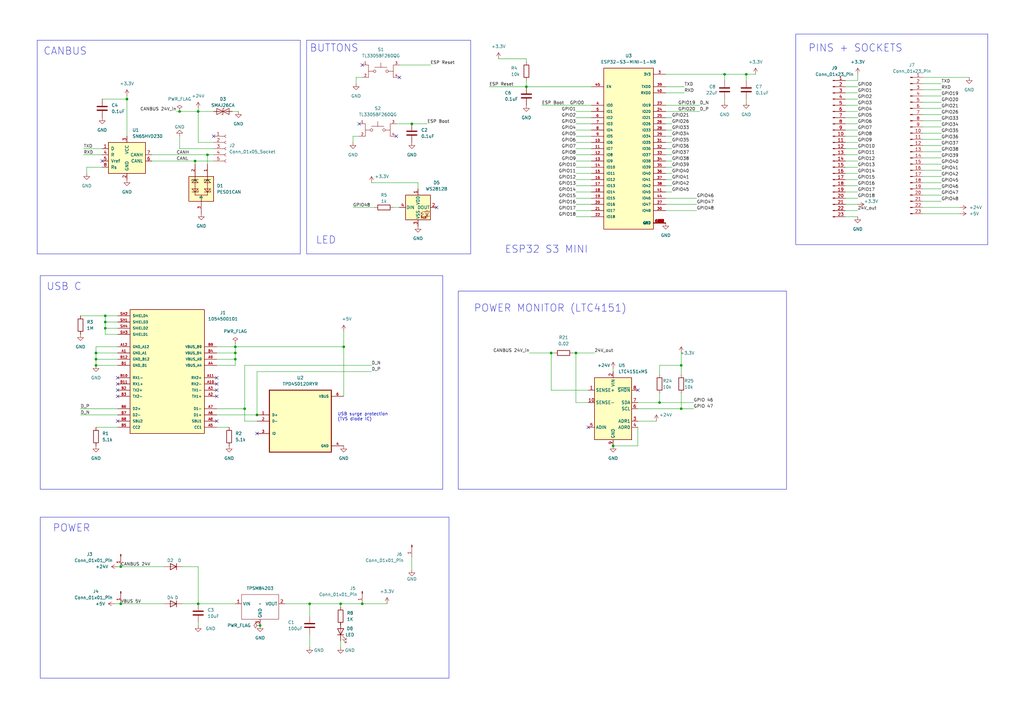
<source format=kicad_sch>
(kicad_sch (version 20230121) (generator eeschema)
  (paper "A3")
  (junction (at 96.52 147.32))
  (junction (at 73.66 45.72))
  (junction (at 43.18 129.54))
  (junction (at 100.33 167.64))
  (junction (at 226.06 144.78))
  (junction (at 127 247.65))
  (junction (at 251.46 182.88))
  (junction (at 270.51 165.1))
  (junction (at 43.18 134.62))
  (junction (at 297.18 30.48))
  (junction (at 85.09 63.5))
  (junction (at 140.97 142.24))
  (junction (at 168.91 50.8))
  (junction (at 52.07 40.64))
  (junction (at 139.7 247.65))
  (junction (at 96.52 142.24))
  (junction (at 279.4 167.64))
  (junction (at 43.18 132.08))
  (junction (at 148.59 247.65))
  (junction (at 106.68 256.54))
  (junction (at 81.28 247.65))
  (junction (at 49.53 232.41))
  (junction (at 236.22 144.78))
  (junction (at 96.52 144.78))
  (junction (at 39.37 144.78))
  (junction (at 49.53 247.65))
  (junction (at 80.01 66.04))
  (junction (at 81.28 45.72))
  (junction (at 279.4 149.86))
  (junction (at 39.37 149.86))
  (junction (at 215.9 35.56))
  (junction (at 306.07 30.48))
  (junction (at 39.37 147.32))
  (junction (at 105.41 170.18))
  (no_connect (at 147.32 50.8))
  (no_connect (at 88.9 160.02))
  (no_connect (at 162.56 55.88))
  (no_connect (at 88.9 172.72))
  (no_connect (at 88.9 162.56))
  (no_connect (at 48.26 162.56))
  (no_connect (at 48.26 154.94))
  (no_connect (at 87.63 55.88))
  (no_connect (at 261.62 160.02))
  (no_connect (at 48.26 160.02))
  (no_connect (at 148.59 26.67))
  (no_connect (at 88.9 154.94))
  (no_connect (at 88.9 157.48))
  (no_connect (at 163.83 31.75))
  (no_connect (at 241.3 175.26))
  (no_connect (at 179.07 85.09))
  (no_connect (at 41.91 66.04))
  (no_connect (at 48.26 172.72))
  (no_connect (at 48.26 157.48))
  (no_connect (at 105.41 177.8))
  (wire (pts (xy 148.59 247.65) (xy 158.75 247.65)))
  (wire (pts (xy 144.78 55.88) (xy 147.32 55.88)))
  (wire (pts (xy 236.22 86.36) (xy 242.57 86.36)))
  (wire (pts (xy 80.01 66.04) (xy 80.01 67.31)))
  (wire (pts (xy 386.08 72.39) (xy 378.46 72.39)))
  (wire (pts (xy 144.78 58.42) (xy 144.78 55.88)))
  (wire (pts (xy 39.37 142.24) (xy 39.37 144.78)))
  (wire (pts (xy 273.05 76.2) (xy 275.59 76.2)))
  (wire (pts (xy 100.33 149.86) (xy 100.33 167.64)))
  (wire (pts (xy 88.9 170.18) (xy 105.41 170.18)))
  (wire (pts (xy 261.62 182.88) (xy 261.62 175.26)))
  (wire (pts (xy 273.05 35.56) (xy 280.67 35.56)))
  (wire (pts (xy 140.97 142.24) (xy 140.97 162.56)))
  (wire (pts (xy 139.7 256.54) (xy 139.7 255.27)))
  (wire (pts (xy 72.39 45.72) (xy 73.66 45.72)))
  (wire (pts (xy 351.79 66.04) (xy 346.71 66.04)))
  (wire (pts (xy 39.37 175.26) (xy 48.26 175.26)))
  (wire (pts (xy 81.28 232.41) (xy 74.93 232.41)))
  (wire (pts (xy 96.52 142.24) (xy 88.9 142.24)))
  (wire (pts (xy 241.3 160.02) (xy 226.06 160.02)))
  (wire (pts (xy 297.18 33.02) (xy 297.18 30.48)))
  (wire (pts (xy 171.45 74.93) (xy 171.45 77.47)))
  (wire (pts (xy 162.56 50.8) (xy 168.91 50.8)))
  (wire (pts (xy 140.97 135.89) (xy 140.97 142.24)))
  (wire (pts (xy 351.79 55.88) (xy 346.71 55.88)))
  (wire (pts (xy 95.25 45.72) (xy 97.79 45.72)))
  (wire (pts (xy 261.62 165.1) (xy 270.51 165.1)))
  (wire (pts (xy 236.22 144.78) (xy 243.84 144.78)))
  (wire (pts (xy 88.9 144.78) (xy 96.52 144.78)))
  (wire (pts (xy 49.53 247.65) (xy 67.31 247.65)))
  (wire (pts (xy 100.33 167.64) (xy 88.9 167.64)))
  (wire (pts (xy 236.22 88.9) (xy 242.57 88.9)))
  (wire (pts (xy 273.05 50.8) (xy 275.59 50.8)))
  (wire (pts (xy 81.28 58.42) (xy 87.63 58.42)))
  (wire (pts (xy 386.08 52.07) (xy 378.46 52.07)))
  (wire (pts (xy 386.08 62.23) (xy 378.46 62.23)))
  (wire (pts (xy 279.4 161.29) (xy 279.4 167.64)))
  (wire (pts (xy 43.18 132.08) (xy 43.18 134.62)))
  (wire (pts (xy 81.28 45.72) (xy 87.63 45.72)))
  (wire (pts (xy 48.26 232.41) (xy 49.53 232.41)))
  (wire (pts (xy 273.05 66.04) (xy 275.59 66.04)))
  (wire (pts (xy 346.71 86.36) (xy 351.79 86.36)))
  (wire (pts (xy 52.07 39.37) (xy 52.07 40.64)))
  (wire (pts (xy 139.7 265.43) (xy 139.7 262.89)))
  (wire (pts (xy 152.4 74.93) (xy 171.45 74.93)))
  (wire (pts (xy 251.46 151.13) (xy 251.46 152.4)))
  (wire (pts (xy 146.05 34.29) (xy 146.05 31.75)))
  (wire (pts (xy 279.4 144.78) (xy 279.4 149.86)))
  (wire (pts (xy 273.05 43.18) (xy 287.02 43.18)))
  (wire (pts (xy 43.18 134.62) (xy 48.26 134.62)))
  (wire (pts (xy 386.08 67.31) (xy 378.46 67.31)))
  (wire (pts (xy 386.08 77.47) (xy 378.46 77.47)))
  (wire (pts (xy 386.08 39.37) (xy 378.46 39.37)))
  (wire (pts (xy 39.37 147.32) (xy 48.26 147.32)))
  (wire (pts (xy 73.66 60.96) (xy 87.63 60.96)))
  (wire (pts (xy 386.08 64.77) (xy 378.46 64.77)))
  (wire (pts (xy 163.83 26.67) (xy 176.53 26.67)))
  (wire (pts (xy 236.22 73.66) (xy 242.57 73.66)))
  (wire (pts (xy 43.18 129.54) (xy 48.26 129.54)))
  (wire (pts (xy 96.52 142.24) (xy 96.52 144.78)))
  (wire (pts (xy 217.17 144.78) (xy 226.06 144.78)))
  (wire (pts (xy 351.79 40.64) (xy 346.71 40.64)))
  (wire (pts (xy 351.79 53.34) (xy 346.71 53.34)))
  (wire (pts (xy 96.52 140.97) (xy 96.52 142.24)))
  (wire (pts (xy 81.28 45.72) (xy 81.28 58.42)))
  (wire (pts (xy 236.22 58.42) (xy 242.57 58.42)))
  (wire (pts (xy 378.46 31.75) (xy 397.51 31.75)))
  (wire (pts (xy 161.29 85.09) (xy 163.83 85.09)))
  (wire (pts (xy 273.05 30.48) (xy 297.18 30.48)))
  (wire (pts (xy 351.79 50.8) (xy 346.71 50.8)))
  (wire (pts (xy 273.05 38.1) (xy 280.67 38.1)))
  (wire (pts (xy 351.79 38.1) (xy 346.71 38.1)))
  (wire (pts (xy 105.41 152.4) (xy 105.41 170.18)))
  (wire (pts (xy 204.47 24.13) (xy 215.9 24.13)))
  (wire (pts (xy 62.23 63.5) (xy 85.09 63.5)))
  (wire (pts (xy 346.71 83.82) (xy 351.79 83.82)))
  (wire (pts (xy 351.79 45.72) (xy 346.71 45.72)))
  (wire (pts (xy 273.05 81.28) (xy 285.75 81.28)))
  (wire (pts (xy 81.28 256.54) (xy 81.28 255.27)))
  (wire (pts (xy 96.52 144.78) (xy 96.52 147.32)))
  (wire (pts (xy 39.37 149.86) (xy 48.26 149.86)))
  (wire (pts (xy 279.4 153.67) (xy 279.4 149.86)))
  (wire (pts (xy 33.02 129.54) (xy 43.18 129.54)))
  (wire (pts (xy 346.71 88.9) (xy 351.79 88.9)))
  (wire (pts (xy 270.51 165.1) (xy 284.48 165.1)))
  (wire (pts (xy 49.53 232.41) (xy 67.31 232.41)))
  (wire (pts (xy 297.18 30.48) (xy 306.07 30.48)))
  (wire (pts (xy 270.51 161.29) (xy 270.51 165.1)))
  (wire (pts (xy 73.66 55.88) (xy 73.66 60.96)))
  (wire (pts (xy 236.22 81.28) (xy 242.57 81.28)))
  (wire (pts (xy 96.52 142.24) (xy 140.97 142.24)))
  (wire (pts (xy 273.05 86.36) (xy 285.75 86.36)))
  (wire (pts (xy 351.79 68.58) (xy 346.71 68.58)))
  (wire (pts (xy 139.7 248.92) (xy 139.7 247.65)))
  (wire (pts (xy 48.26 132.08) (xy 43.18 132.08)))
  (wire (pts (xy 386.08 54.61) (xy 378.46 54.61)))
  (wire (pts (xy 386.08 59.69) (xy 378.46 59.69)))
  (wire (pts (xy 215.9 24.13) (xy 215.9 25.4)))
  (wire (pts (xy 386.08 80.01) (xy 378.46 80.01)))
  (wire (pts (xy 386.08 44.45) (xy 378.46 44.45)))
  (wire (pts (xy 236.22 60.96) (xy 242.57 60.96)))
  (wire (pts (xy 306.07 30.48) (xy 309.88 30.48)))
  (wire (pts (xy 43.18 137.16) (xy 48.26 137.16)))
  (wire (pts (xy 236.22 165.1) (xy 236.22 144.78)))
  (wire (pts (xy 85.09 63.5) (xy 87.63 63.5)))
  (wire (pts (xy 73.66 45.72) (xy 81.28 45.72)))
  (wire (pts (xy 222.25 43.18) (xy 242.57 43.18)))
  (wire (pts (xy 306.07 40.64) (xy 306.07 41.91)))
  (wire (pts (xy 236.22 71.12) (xy 242.57 71.12)))
  (wire (pts (xy 386.08 34.29) (xy 378.46 34.29)))
  (wire (pts (xy 251.46 182.88) (xy 261.62 182.88)))
  (wire (pts (xy 279.4 167.64) (xy 284.48 167.64)))
  (wire (pts (xy 386.08 57.15) (xy 378.46 57.15)))
  (wire (pts (xy 273.05 60.96) (xy 275.59 60.96)))
  (wire (pts (xy 236.22 48.26) (xy 242.57 48.26)))
  (wire (pts (xy 48.26 142.24) (xy 39.37 142.24)))
  (wire (pts (xy 146.05 31.75) (xy 148.59 31.75)))
  (wire (pts (xy 226.06 144.78) (xy 226.06 160.02)))
  (wire (pts (xy 168.91 50.8) (xy 175.26 50.8)))
  (wire (pts (xy 168.91 228.6) (xy 168.91 233.68)))
  (wire (pts (xy 273.05 48.26) (xy 275.59 48.26)))
  (wire (pts (xy 139.7 247.65) (xy 148.59 247.65)))
  (wire (pts (xy 273.05 78.74) (xy 275.59 78.74)))
  (wire (pts (xy 351.79 73.66) (xy 346.71 73.66)))
  (wire (pts (xy 33.02 167.64) (xy 48.26 167.64)))
  (wire (pts (xy 351.79 48.26) (xy 346.71 48.26)))
  (wire (pts (xy 35.56 68.58) (xy 41.91 68.58)))
  (wire (pts (xy 88.9 149.86) (xy 96.52 149.86)))
  (wire (pts (xy 273.05 73.66) (xy 275.59 73.66)))
  (wire (pts (xy 39.37 144.78) (xy 48.26 144.78)))
  (wire (pts (xy 74.93 247.65) (xy 81.28 247.65)))
  (wire (pts (xy 297.18 40.64) (xy 297.18 41.91)))
  (wire (pts (xy 378.46 85.09) (xy 393.7 85.09)))
  (wire (pts (xy 215.9 33.02) (xy 215.9 35.56)))
  (wire (pts (xy 273.05 63.5) (xy 275.59 63.5)))
  (wire (pts (xy 241.3 165.1) (xy 236.22 165.1)))
  (wire (pts (xy 35.56 71.12) (xy 35.56 68.58)))
  (wire (pts (xy 351.79 81.28) (xy 346.71 81.28)))
  (wire (pts (xy 226.06 144.78) (xy 227.33 144.78)))
  (wire (pts (xy 351.79 78.74) (xy 346.71 78.74)))
  (wire (pts (xy 236.22 66.04) (xy 242.57 66.04)))
  (wire (pts (xy 105.41 152.4) (xy 152.4 152.4)))
  (wire (pts (xy 100.33 149.86) (xy 152.4 149.86)))
  (wire (pts (xy 81.28 232.41) (xy 81.28 247.65)))
  (wire (pts (xy 270.51 149.86) (xy 279.4 149.86)))
  (wire (pts (xy 236.22 68.58) (xy 242.57 68.58)))
  (wire (pts (xy 351.79 33.02) (xy 351.79 30.48)))
  (wire (pts (xy 236.22 53.34) (xy 242.57 53.34)))
  (wire (pts (xy 306.07 33.02) (xy 306.07 30.48)))
  (wire (pts (xy 273.05 83.82) (xy 285.75 83.82)))
  (wire (pts (xy 127 252.73) (xy 127 247.65)))
  (wire (pts (xy 39.37 147.32) (xy 39.37 149.86)))
  (wire (pts (xy 234.95 144.78) (xy 236.22 144.78)))
  (wire (pts (xy 273.05 58.42) (xy 275.59 58.42)))
  (wire (pts (xy 351.79 60.96) (xy 346.71 60.96)))
  (wire (pts (xy 144.78 85.09) (xy 153.67 85.09)))
  (wire (pts (xy 273.05 71.12) (xy 275.59 71.12)))
  (wire (pts (xy 43.18 132.08) (xy 43.18 129.54)))
  (wire (pts (xy 52.07 40.64) (xy 41.91 40.64)))
  (wire (pts (xy 46.99 247.65) (xy 49.53 247.65)))
  (wire (pts (xy 273.05 68.58) (xy 275.59 68.58)))
  (wire (pts (xy 96.52 149.86) (xy 96.52 147.32)))
  (wire (pts (xy 386.08 46.99) (xy 378.46 46.99)))
  (wire (pts (xy 34.29 63.5) (xy 41.91 63.5)))
  (wire (pts (xy 236.22 76.2) (xy 242.57 76.2)))
  (wire (pts (xy 273.05 55.88) (xy 275.59 55.88)))
  (wire (pts (xy 33.02 170.18) (xy 48.26 170.18)))
  (wire (pts (xy 81.28 247.65) (xy 96.52 247.65)))
  (wire (pts (xy 39.37 144.78) (xy 39.37 147.32)))
  (wire (pts (xy 351.79 43.18) (xy 346.71 43.18)))
  (wire (pts (xy 386.08 69.85) (xy 378.46 69.85)))
  (wire (pts (xy 261.62 167.64) (xy 279.4 167.64)))
  (wire (pts (xy 200.66 35.56) (xy 215.9 35.56)))
  (wire (pts (xy 52.07 40.64) (xy 52.07 55.88)))
  (wire (pts (xy 386.08 36.83) (xy 378.46 36.83)))
  (wire (pts (xy 236.22 50.8) (xy 242.57 50.8)))
  (wire (pts (xy 236.22 55.88) (xy 242.57 55.88)))
  (wire (pts (xy 270.51 149.86) (xy 270.51 153.67)))
  (wire (pts (xy 386.08 82.55) (xy 378.46 82.55)))
  (wire (pts (xy 351.79 58.42) (xy 346.71 58.42)))
  (wire (pts (xy 43.18 134.62) (xy 43.18 137.16)))
  (wire (pts (xy 351.79 76.2) (xy 346.71 76.2)))
  (wire (pts (xy 215.9 35.56) (xy 242.57 35.56)))
  (wire (pts (xy 34.29 60.96) (xy 41.91 60.96)))
  (wire (pts (xy 93.98 175.26) (xy 88.9 175.26)))
  (wire (pts (xy 88.9 147.32) (xy 96.52 147.32)))
  (wire (pts (xy 236.22 63.5) (xy 242.57 63.5)))
  (wire (pts (xy 81.28 44.45) (xy 81.28 45.72)))
  (wire (pts (xy 236.22 78.74) (xy 242.57 78.74)))
  (wire (pts (xy 116.84 247.65) (xy 127 247.65)))
  (wire (pts (xy 378.46 87.63) (xy 393.7 87.63)))
  (wire (pts (xy 351.79 71.12) (xy 346.71 71.12)))
  (wire (pts (xy 80.01 66.04) (xy 87.63 66.04)))
  (wire (pts (xy 346.71 33.02) (xy 351.79 33.02)))
  (wire (pts (xy 386.08 41.91) (xy 378.46 41.91)))
  (wire (pts (xy 100.33 167.64) (xy 100.33 172.72)))
  (wire (pts (xy 346.71 35.56) (xy 351.79 35.56)))
  (wire (pts (xy 100.33 172.72) (xy 105.41 172.72)))
  (wire (pts (xy 127 247.65) (xy 139.7 247.65)))
  (wire (pts (xy 236.22 83.82) (xy 242.57 83.82)))
  (wire (pts (xy 273.05 53.34) (xy 275.59 53.34)))
  (wire (pts (xy 386.08 74.93) (xy 378.46 74.93)))
  (wire (pts (xy 85.09 63.5) (xy 85.09 67.31)))
  (wire (pts (xy 386.08 49.53) (xy 378.46 49.53)))
  (wire (pts (xy 273.05 45.72) (xy 287.02 45.72)))
  (wire (pts (xy 62.23 66.04) (xy 80.01 66.04)))
  (wire (pts (xy 351.79 63.5) (xy 346.71 63.5)))
  (wire (pts (xy 261.62 172.72) (xy 269.24 172.72)))
  (wire (pts (xy 236.22 45.72) (xy 242.57 45.72)))
  (wire (pts (xy 127 265.43) (xy 127 260.35)))
  (rectangle (start 326.39 13.97) (end 405.13 100.33))
  (rectangle (start 16.51 113.03) (end 181.61 200.66))
  (rectangle (start 125.73 16.51) (end 193.04 104.14))
  (rectangle (start 15.24 16.51) (end 123.19 104.14))
  (rectangle (start 16.51 212.09) (end 184.15 278.13))
  (rectangle (start 187.96 119.38) (end 322.58 200.66))
  (text "BUTTONS" (at 127 21.59 0) (effects (font (size 3 3)) (justify left bottom)))
  (text "LED\n" (at 129.54 100.33 0) (effects (font (size 3 3)) (justify left bottom)))
  (text "CANBUS" (at 17.78 22.86 0) (effects (font (size 3 3)) (justify left bottom)))
  (text "USB surge protection\n(TVS diode IC)" (at 138.43 172.72 0) (effects (font (size 1.27 1.27)) (justify left bottom)))
  (text "POWER MONITOR (LTC4151)" (at 194.31 128.27 0) (effects (font (size 3 3)) (justify left bottom)))
  (text "ESP32 S3 MINI\n" (at 207.01 104.14 0) (effects (font (size 3 3)) (justify left bottom)))
  (text "USB C\n" (at 19.05 119.38 0) (effects (font (size 3 3)) (justify left bottom)))
  (text "PINS + SOCKETS" (at 331.47 21.59 0) (effects (font (size 3 3)) (justify left bottom)))
  (text "POWER\n" (at 21.59 218.44 0) (effects (font (size 3 3)) (justify left bottom)))
  (label "CANBUS 24V_in" (at 72.39 45.72 180))
  (label "GPIO8" (at 236.22 63.5 180))
  (label "GPIO12" (at 351.79 66.04 0))
  (label "GPIO3" (at 351.79 43.18 0))
  (label "CANBUS 24V" (at 49.53 232.41 0))
  (label "GPIO41" (at 275.59 73.66 0))
  (label "GPIO37" (at 386.08 59.69 0))
  (label "RXD" (at 280.67 38.1 0))
  (label "GPIO46" (at 386.08 77.47 0))
  (label "GPIO41" (at 386.08 69.85 0))
  (label "GPIO12" (at 236.22 73.66 180))
  (label "GPIO18" (at 351.79 81.28 0))
  (label "D_P" (at 287.02 45.72 0))
  (label "ESP Reset" (at 176.53 26.67 0))
  (label "GPIO 46" (at 284.48 165.1 0))
  (label "GPIO35" (at 386.08 54.61 0))
  (label "TXD" (at 386.08 34.29 0))
  (label "GPIO47" (at 386.08 80.01 0))
  (label "D_N" (at 287.02 43.18 0))
  (label "GPIO1" (at 351.79 38.1 0))
  (label "GPIO20" (at 278.13 45.72 0))
  (label "CANL" (at 72.39 66.04 0))
  (label "GPIO21" (at 275.59 48.26 0))
  (label "GPIO42" (at 275.59 76.2 0))
  (label "GPIO40" (at 275.59 71.12 0))
  (label "GPIO48" (at 144.78 85.09 0))
  (label "24V_out" (at 243.84 144.78 0))
  (label "GPIO11" (at 236.22 71.12 180))
  (label "GPIO39" (at 386.08 64.77 0))
  (label "GPIO33" (at 386.08 49.53 0))
  (label "GPIO15" (at 236.22 81.28 180))
  (label "D_P" (at 152.4 152.4 0))
  (label "GPIO19" (at 278.13 43.18 0))
  (label "ESP Boot" (at 175.26 50.8 0))
  (label "GPIO13" (at 236.22 76.2 180))
  (label "GPIO20" (at 386.08 41.91 0))
  (label "GPIO 47" (at 284.48 167.64 0))
  (label "GPIO7" (at 351.79 53.34 0))
  (label "GPIO48" (at 285.75 86.36 0))
  (label "GPIO17" (at 236.22 86.36 180))
  (label "GPIO47" (at 285.75 83.82 0))
  (label "GPIO36" (at 386.08 57.15 0))
  (label "GPIO26" (at 386.08 46.99 0))
  (label "D_N" (at 33.02 170.18 0))
  (label "GPIO8" (at 351.79 55.88 0))
  (label "GPIO35" (at 275.59 58.42 0))
  (label "GPIO16" (at 236.22 83.82 180))
  (label "GPIO6" (at 351.79 50.8 0))
  (label "GPIO2" (at 236.22 48.26 180))
  (label "GPIO19" (at 386.08 39.37 0))
  (label "GPIO40" (at 386.08 67.31 0))
  (label "GPIO38" (at 386.08 62.23 0))
  (label "GPIO33" (at 275.59 53.34 0))
  (label "GPIO26" (at 275.59 50.8 0))
  (label "TXD" (at 280.67 35.56 0))
  (label "RXD" (at 34.29 63.5 0))
  (label "GPIO1" (at 236.22 45.72 180))
  (label "GPIO0" (at 351.79 35.56 0))
  (label "ESP Boot" (at 222.25 43.18 0))
  (label "GPIO16" (at 351.79 76.2 0))
  (label "GPIO48" (at 386.08 82.55 0))
  (label "GPIO9" (at 351.79 58.42 0))
  (label "GPIO38" (at 275.59 66.04 0))
  (label "GPIO17" (at 351.79 78.74 0))
  (label "GPIO11" (at 351.79 63.5 0))
  (label "GPIO13" (at 351.79 68.58 0))
  (label "GPIO3" (at 236.22 50.8 180))
  (label "GPIO10" (at 351.79 60.96 0))
  (label "GPIO6" (at 236.22 58.42 180))
  (label "GPIO39" (at 275.59 68.58 0))
  (label "GPIO34" (at 386.08 52.07 0))
  (label "GPIO42" (at 386.08 72.39 0))
  (label "ESP Reset" (at 200.66 35.56 0))
  (label "24V_out" (at 351.79 86.36 0))
  (label "GPIO14" (at 351.79 71.12 0))
  (label "GPIO0" (at 233.68 43.18 0))
  (label "VBUS 5V" (at 49.53 247.65 0))
  (label "CANBUS 24V_in" (at 217.17 144.78 180))
  (label "D_N" (at 152.4 149.86 0))
  (label "GPIO4" (at 351.79 45.72 0))
  (label "GPIO45" (at 386.08 74.93 0))
  (label "GPIO34" (at 275.59 55.88 0))
  (label "GPIO18" (at 236.22 88.9 180))
  (label "GPIO7" (at 236.22 60.96 180))
  (label "GPIO21" (at 386.08 44.45 0))
  (label "GPIO15" (at 351.79 73.66 0))
  (label "GPIO14" (at 236.22 78.74 180))
  (label "GPIO36" (at 275.59 60.96 0))
  (label "GPIO2" (at 351.79 40.64 0))
  (label "GPIO37" (at 275.59 63.5 0))
  (label "GPIO4" (at 236.22 53.34 180))
  (label "RXD" (at 386.08 36.83 0))
  (label "GPIO45" (at 275.59 78.74 0))
  (label "CANH" (at 72.39 63.5 0))
  (label "GPIO5" (at 236.22 55.88 180))
  (label "D_P" (at 33.02 167.64 0))
  (label "GPIO10" (at 236.22 68.58 180))
  (label "GPIO9" (at 236.22 66.04 180))
  (label "TXD" (at 34.29 60.96 0))
  (label "GPIO46" (at 285.75 81.28 0))
  (label "GPIO5" (at 351.79 48.26 0))
  (symbol (lib_id "Device:R") (at 139.7 252.73 0) (unit 1)
    (property "Reference" "R8" (at 142.24 251.46 0) (effects (justify left)))
    (property "Value" "1K" (at 142.24 254 0) (effects (justify left)))
  )
  (symbol (lib_id "power:+3.3V") (at 158.75 247.65 0) (unit 1)
    (property "Reference" "#PWR028" (effects hide))
    (property "Value" "+3.3V" (at 158.75 242.57 0))
  )
  (symbol (lib_id "power:GND") (at 297.18 41.91 0) (unit 1)
    (property "Reference" "#PWR015" (effects hide))
    (property "Value" "GND" (at 297.18 46.99 0))
  )
  (symbol (lib_id "power:GND") (at 306.07 41.91 0) (unit 1)
    (property "Reference" "#PWR014" (effects hide))
    (property "Value" "GND" (at 306.07 46.99 0))
  )
  (symbol (lib_id "1054500101:1054500101") (at 68.58 152.4 180) (unit 1)
    (property "Reference" "J1" (at 91.44 128.27 0))
    (property "Value" "1054500101" (at 91.44 130.81 0))
    (property "Footprint" "1054500101:MOLEX_1054500101" (effects hide))
    (property "MF" "Molex" (effects hide))
    (property "OPTION" "MOLEX_CONFIG" (effects hide))
    (property "Package" "None" (effects hide))
    (property "Price" "None" (effects hide))
    (property "Check_prices" "https://www.snapeda.com/parts/105450-0101/Molex/view-part/?ref=eda" (effects hide))
    (property "STANDARD" "Manufacturer Recommendations" (effects hide))
    (property "PARTREV" "A7" (effects hide))
    (property "SnapEDA_Link" "https://www.snapeda.com/parts/105450-0101/Molex/view-part/?ref=snap" (effects hide))
    (property "MP" "105450-0101" (effects hide))
    (property "Purchase-URL" "https://www.snapeda.com/api/url_track_click_mouser/?unipart_id=547391&manufacturer=Molex&part_name=105450-0101&search_term=None" (effects hide))
    (property "Description" "\nUSB Shielded I/O Receptacle,Type C,Right Angle,Surface Mount,Gold over Nickel | Molex Incorporated 105450-0101\n" (effects hide))
    (property "MANUFACTURER" "Molex" (effects hide))
    (property "Availability" "In Stock" (effects hide))
    (property "MAXIMUM_PACKAGE_HEIGHT" "3.24mm" (effects hide))
  )
  (symbol (lib_id "power:GND") (at 351.79 88.9 0) (unit 1)
    (property "Reference" "#PWR047" (effects hide))
    (property "Value" "GND" (at 351.79 93.98 0))
  )
  (symbol (lib_id "power:GND") (at 215.9 43.18 0) (unit 1)
    (property "Reference" "#PWR017" (effects hide))
    (property "Value" "GND" (at 215.9 48.26 0))
  )
  (symbol (lib_id "LED:WS2812B") (at 171.45 85.09 0) (unit 1)
    (property "Reference" "D5" (at 179.07 74.93 0))
    (property "Value" "WS2812B" (at 179.07 77.47 0))
    (property "Footprint" "LED_SMD:LED_WS2812B_PLCC4_5.0x5.0mm_P3.2mm" (effects hide))
    (property "Datasheet" "https://cdn-shop.adafruit.com/datasheets/WS2812B.pdf" (effects hide))
  )
  (symbol (lib_id "power:+3.3V") (at 309.88 30.48 0) (unit 1)
    (property "Reference" "#PWR035" (effects hide))
    (property "Value" "+3.3V" (at 309.88 25.4 0))
  )
  (symbol (lib_id "power:GND") (at 139.7 265.43 0) (unit 1)
    (property "Reference" "#PWR023" (effects hide))
    (property "Value" "GND" (at 143.51 266.7 0))
  )
  (symbol (lib_id "power:+5V") (at 46.99 247.65 90) (unit 1)
    (property "Reference" "#PWR031" (effects hide))
    (property "Value" "+5V" (at 43.18 247.65 90) (effects (justify left)))
  )
  (symbol (lib_id "power:GND") (at 106.68 256.54 0) (unit 1)
    (property "Reference" "#PWR025" (effects hide))
    (property "Value" "GND" (at 106.68 261.62 0))
  )
  (symbol (lib_id "power:GND") (at 140.97 182.88 0) (unit 1)
    (property "Reference" "#PWR012" (effects hide))
    (property "Value" "GND" (at 140.97 187.96 0))
  )
  (symbol (lib_id "Interface_CAN_LIN:SN65HVD230") (at 52.07 63.5 0) (unit 1)
    (property "Reference" "U1" (at 54.2641 53.34 0) (effects (justify left)))
    (property "Value" "SN65HVD230" (at 54.2641 55.88 0) (effects (justify left)))
    (property "Footprint" "Package_SO:SOIC-8_3.9x4.9mm_P1.27mm" (effects hide))
    (property "Datasheet" "http://www.ti.com/lit/ds/symlink/sn65hvd230.pdf" (effects hide))
  )
  (symbol (lib_id "Device:R") (at 39.37 179.07 0) (unit 1)
    (property "Reference" "R1" (at 41.91 177.8 0) (effects (justify left)))
    (property "Value" "5.1k" (at 41.91 180.34 0) (effects (justify left)))
  )
  (symbol (lib_id "Device:R") (at 270.51 157.48 0) (unit 1)
    (property "Reference" "R24" (at 271.78 156.21 0) (effects (justify left)))
    (property "Value" "10k" (at 271.78 158.75 0) (effects (justify left)))
  )
  (symbol (lib_id "Device:R") (at 279.4 157.48 0) (unit 1)
    (property "Reference" "R25" (at 280.67 156.21 0) (effects (justify left)))
    (property "Value" "10k" (at 280.67 158.75 0) (effects (justify left)))
  )
  (symbol (lib_id "power:PWR_FLAG") (at 106.68 256.54 90) (unit 1)
    (property "Reference" "#FLG01" (effects hide))
    (property "Value" "PWR_FLAG" (at 102.87 256.54 90) (effects (justify left)))
  )
  (symbol (lib_id "power:GND") (at 39.37 149.86 0) (unit 1)
    (property "Reference" "#PWR036" (effects hide))
    (property "Value" "GND" (at 39.37 154.94 0))
  )
  (symbol (lib_id "power:+24V") (at 269.24 172.72 0) (unit 1)
    (property "Reference" "#PWR033" (effects hide))
    (property "Value" "+24V" (at 273.05 170.18 0))
  )
  (symbol (lib_id "TL3305BF260QG:TL3305BF260QG") (at 156.21 29.21 0) (unit 1)
    (property "Reference" "S1" (at 156.21 20.32 0))
    (property "Value" "TL3305BF260QG" (at 156.21 22.86 0))
    (property "Footprint" "TL3305BF260QG:SW_TL3305BF260QG" (effects hide))
    (property "MF" "E-Switch" (effects hide))
    (property "MAXIMUM_PACKAGE_HEIGHT" "5 mm" (effects hide))
    (property "Package" "None" (effects hide))
    (property "Price" "None" (effects hide))
    (property "Check_prices" "https://www.snapeda.com/parts/TL3305BF260QG/E-Switch/view-part/?ref=eda" (effects hide))
    (property "STANDARD" "Manufacturer Recommendations" (effects hide))
    (property "PARTREV" "C" (effects hide))
    (property "SnapEDA_Link" "https://www.snapeda.com/parts/TL3305BF260QG/E-Switch/view-part/?ref=snap" (effects hide))
    (property "MP" "TL3305BF260QG" (effects hide))
    (property "Description" "\nTactile Switch SPST-NO Top Actuated Surface Mount\n" (effects hide))
    (property "MANUFACTURER" "E-Switch" (effects hide))
    (property "Availability" "In Stock" (effects hide))
    (property "SNAPEDA_PN" "TL3305BF260QG" (effects hide))
  )
  (symbol (lib_id "power:GND") (at 146.05 34.29 0) (unit 1)
    (property "Reference" "#PWR018" (effects hide))
    (property "Value" "GND" (at 146.05 39.37 0))
  )
  (symbol (lib_id "Device:C") (at 81.28 251.46 0) (unit 1)
    (property "Reference" "C3" (at 85.09 250.19 0) (effects (justify left)))
    (property "Value" "10uF" (at 85.09 252.73 0) (effects (justify left)))
  )
  (symbol (lib_id "power:+3.3V") (at 279.4 144.78 0) (unit 1)
    (property "Reference" "#PWR049" (effects hide))
    (property "Value" "+3.3V" (at 281.94 144.78 0))
  )
  (symbol (lib_id "power:GND") (at 273.05 91.44 0) (unit 1)
    (property "Reference" "#PWR013" (effects hide))
    (property "Value" "GND" (at 273.05 96.52 0))
  )
  (symbol (lib_id "power:+24V") (at 81.28 44.45 0) (unit 1)
    (property "Reference" "#PWR026" (effects hide))
    (property "Value" "+24V" (at 81.28 39.37 0))
  )
  (symbol (lib_id "power:GND") (at 39.37 182.88 0) (unit 1)
    (property "Reference" "#PWR02" (effects hide))
    (property "Value" "GND" (at 39.37 187.96 0))
  )
  (symbol (lib_id "power:+24V") (at 393.7 85.09 270) (unit 1)
    (property "Reference" "#PWR045" (effects hide))
    (property "Value" "+24V" (at 397.51 85.09 90) (effects (justify left)))
  )
  (symbol (lib_id "Diode:SMAJ26CA") (at 91.44 45.72 0) (unit 1)
    (property "Reference" "D3" (at 91.44 40.64 0))
    (property "Value" "SMAJ26CA" (at 91.44 43.18 0))
    (property "Footprint" "Diode_SMD:D_SMA" (effects hide))
    (property "Datasheet" "https://www.littelfuse.com/media?resourcetype=datasheets&itemid=75e32973-b177-4ee3-a0ff-cedaf1abdb93&filename=smaj-datasheet" (effects hide))
  )
  (symbol (lib_id "power:GND") (at 127 265.43 0) (unit 1)
    (property "Reference" "#PWR010" (effects hide))
    (property "Value" "GND" (at 130.81 266.7 0))
  )
  (symbol (lib_id "power:+24V") (at 48.26 232.41 90) (unit 1)
    (property "Reference" "#PWR030" (effects hide))
    (property "Value" "+24V" (at 44.45 232.41 90) (effects (justify left)))
  )
  (symbol (lib_id "Device:R") (at 231.14 144.78 90) (unit 1)
    (property "Reference" "R21" (at 231.14 138.43 90))
    (property "Value" "0.02" (at 231.14 140.97 90))
  )
  (symbol (lib_id "Connector:Conn_01x23_Pin") (at 341.63 60.96 0) (unit 1)
    (property "Reference" "J9" (at 342.265 27.94 0))
    (property "Value" "Conn_01x23_Pin" (at 342.265 30.48 0))
  )
  (symbol (lib_id "power:+3.3V") (at 52.07 39.37 0) (unit 1)
    (property "Reference" "#PWR027" (effects hide))
    (property "Value" "+3.3V" (at 52.07 34.29 0))
  )
  (symbol (lib_id "Device:C") (at 127 256.54 0) (unit 1)
    (property "Reference" "C1" (at 118.11 255.27 0) (effects (justify left)))
    (property "Value" "100uF" (at 118.11 257.81 0) (effects (justify left)))
  )
  (symbol (lib_id "Connector:Conn_01x23_Pin") (at 373.38 59.69 0) (unit 1)
    (property "Reference" "J7" (at 374.015 26.67 0))
    (property "Value" "Conn_01x23_Pin" (at 374.015 29.21 0))
  )
  (symbol (lib_id "power:+3.3V") (at 351.79 30.48 0) (unit 1)
    (property "Reference" "#PWR043" (effects hide))
    (property "Value" "+3.3V" (at 351.79 25.4 0))
  )
  (symbol (lib_id "power:GND") (at 144.78 58.42 0) (unit 1)
    (property "Reference" "#PWR019" (effects hide))
    (property "Value" "GND" (at 144.78 63.5 0))
  )
  (symbol (lib_id "power:GND") (at 97.79 45.72 0) (unit 1)
    (property "Reference" "#PWR022" (effects hide))
    (property "Value" "GND" (at 97.79 50.8 0))
  )
  (symbol (lib_id "power:GND") (at 397.51 31.75 0) (unit 1)
    (property "Reference" "#PWR044" (effects hide))
    (property "Value" "GND" (at 397.51 36.83 0))
  )
  (symbol (lib_id "Connector:Conn_01x01_Pin") (at 168.91 223.52 270) (unit 1)
    (property "Reference" "J6" (at 162.56 227.33 90) (effects (justify left)))
    (property "Value" "Conn_01x01_Pin" (at 149.86 229.87 90) (effects (justify left)))
  )
  (symbol (lib_id "power:+5V") (at 140.97 135.89 0) (unit 1)
    (property "Reference" "#PWR032" (effects hide))
    (property "Value" "+5V" (at 142.24 130.81 0))
  )
  (symbol (lib_id "power:+3.3V") (at 152.4 74.93 0) (unit 1)
    (property "Reference" "#PWR029" (effects hide))
    (property "Value" "+3.3V" (at 153.67 72.39 0) (effects (justify left)))
  )
  (symbol (lib_id "power:GND") (at 82.55 87.63 0) (unit 1)
    (property "Reference" "#PWR011" (effects hide))
    (property "Value" "GND" (at 82.55 92.71 0))
  )
  (symbol (lib_id "power:+3.3V") (at 351.79 83.82 270) (unit 1)
    (property "Reference" "#PWR09" (effects hide))
    (property "Value" "+3.3V" (at 354.33 82.55 90) (effects (justify left)))
  )
  (symbol (lib_id "power:PWR_FLAG") (at 96.52 140.97 0) (unit 1)
    (property "Reference" "#FLG02" (effects hide))
    (property "Value" "PWR_FLAG" (at 96.52 135.89 0))
  )
  (symbol (lib_id "power:GND") (at 33.02 137.16 0) (unit 1)
    (property "Reference" "#PWR05" (effects hide))
    (property "Value" "GND" (at 33.02 142.24 0))
  )
  (symbol (lib_id "Device:C") (at 297.18 36.83 0) (unit 1)
    (property "Reference" "C8" (at 290.83 35.56 0) (effects (justify left)))
    (property "Value" "22uF" (at 289.56 38.1 0) (effects (justify left)))
  )
  (symbol (lib_id "Connector:Conn_01x01_Pin") (at 49.53 227.33 270) (unit 1)
    (property "Reference" "J3" (at 35.56 227.33 90) (effects (justify left)))
    (property "Value" "Conn_01x01_Pin" (at 30.48 229.87 90) (effects (justify left)))
  )
  (symbol (lib_id "Device:C") (at 41.91 44.45 0) (unit 1)
    (property "Reference" "C4" (at 45.72 43.18 0) (effects (justify left)))
    (property "Value" "0.1uF" (at 45.72 45.72 0) (effects (justify left)))
  )
  (symbol (lib_id "power:+3.3V") (at 204.47 24.13 0) (unit 1)
    (property "Reference" "#PWR034" (effects hide))
    (property "Value" "+3.3V" (at 204.47 19.05 0))
  )
  (symbol (lib_id "Device:C") (at 306.07 36.83 0) (unit 1)
    (property "Reference" "C7" (at 309.88 35.56 0) (effects (justify left)))
    (property "Value" "0.1uF" (at 309.88 38.1 0) (effects (justify left)))
  )
  (symbol (lib_id "power:+5V") (at 393.7 87.63 270) (unit 1)
    (property "Reference" "#PWR046" (effects hide))
    (property "Value" "+5V" (at 397.51 87.63 90) (effects (justify left)))
  )
  (symbol (lib_id "power:GND") (at 73.66 55.88 180) (unit 1)
    (property "Reference" "#PWR06" (effects hide))
    (property "Value" "GND" (at 73.66 52.07 0))
  )
  (symbol (lib_id "power:PWR_FLAG") (at 73.66 45.72 0) (unit 1)
    (property "Reference" "#FLG03" (effects hide))
    (property "Value" "PWR_FLAG" (at 73.66 40.64 0))
  )
  (symbol (lib_id "power:GND") (at 41.91 48.26 0) (unit 1)
    (property "Reference" "#PWR016" (effects hide))
    (property "Value" "GND" (at 41.91 53.34 0))
  )
  (symbol (lib_id "PESD1CAN:PESD1CAN") (at 77.47 72.39 270) (unit 1)
    (property "Reference" "D1" (at 88.9 76.2 90) (effects (justify left)))
    (property "Value" "PESD1CAN" (at 88.9 78.74 90) (effects (justify left)))
    (property "Footprint" "PESD1CAN:SOT23-3" (effects hide))
    (property "MF" "Nexperia USA" (effects hide))
    (property "Description" "\n50V Clamp 3A (8/20µs) Ipp Tvs Diode Surface Mount SOT-323\n" (effects hide))
    (property "Package" "SOT-23-3 NXP Semiconductors" (effects hide))
    (property "Price" "None" (effects hide))
    (property "PROD_ID" "DIO-12501" (effects hide))
    (property "SnapEDA_Link" "https://www.snapeda.com/parts/PESD1CAN/Nexperia/view-part/?ref=snap" (effects hide))
    (property "MP" "PESD1CAN" (effects hide))
    (property "Availability" "In Stock" (effects hide))
    (property "Check_prices" "https://www.snapeda.com/parts/PESD1CAN/Nexperia/view-part/?ref=eda" (effects hide))
  )
  (symbol (lib_id "Device:D") (at 71.12 247.65 180) (unit 1)
    (property "Reference" "D4" (at 69.85 245.11 0))
    (property "Value" "D" (at 72.39 245.11 0))
    (property "Sim.Device" "D" (effects hide))
    (property "Sim.Pins" "1=K 2=A" (effects hide))
  )
  (symbol (lib_id "power:GND") (at 81.28 256.54 0) (unit 1)
    (property "Reference" "#PWR01" (effects hide))
    (property "Value" "GND" (at 86.36 257.81 0))
  )
  (symbol (lib_id "Device:C") (at 215.9 39.37 0) (unit 1)
    (property "Reference" "C6" (at 207.01 38.1 0) (effects (justify left)))
    (property "Value" "0.1uF" (at 207.01 40.64 0) (effects (justify left)))
  )
  (symbol (lib_id "power:GND") (at 93.98 182.88 0) (unit 1)
    (property "Reference" "#PWR03" (effects hide))
    (property "Value" "GND" (at 93.98 187.96 0))
  )
  (symbol (lib_id "TPD4S012DRYR:TPD4S012DRYR") (at 123.19 172.72 0) (unit 1)
    (property "Reference" "U2" (at 123.19 154.94 0))
    (property "Value" "TPD4S012DRYR" (at 123.19 157.48 0))
    (property "Footprint" "TPD4S012DRYR:PSON50P145X100X60-6N" (effects hide))
    (property "MF" "Texas Instruments" (effects hide))
    (property "Description" "\nQuad 0.8-pF, 5.5-V, &plusmn;10-kV ESD protection diode with 15-V tolerant Vbus for USB Interface<\n" (effects hide))
    (property "Package" "USON-6 Texas Instruments" (effects hide))
    (property "Price" "None" (effects hide))
    (property "SnapEDA_Link" "https://www.snapeda.com/parts/TPD4S012DRYR/Texas+Instruments/view-part/?ref=snap" (effects hide))
    (property "MP" "TPD4S012DRYR" (effects hide))
    (property "Availability" "In Stock" (effects hide))
    (property "Check_prices" "https://www.snapeda.com/parts/TPD4S012DRYR/Texas+Instruments/view-part/?ref=eda" (effects hide))
  )
  (symbol (lib_id "TL3305BF260QG:TL3305BF260QG") (at 154.94 53.34 0) (unit 1)
    (property "Reference" "S2" (at 154.94 44.45 0))
    (property "Value" "TL3305BF260QG" (at 154.94 46.99 0))
    (property "Footprint" "TL3305BF260QG:SW_TL3305BF260QG" (effects hide))
    (property "MF" "E-Switch" (effects hide))
    (property "MAXIMUM_PACKAGE_HEIGHT" "5 mm" (effects hide))
    (property "Package" "None" (effects hide))
    (property "Price" "None" (effects hide))
    (property "Check_prices" "https://www.snapeda.com/parts/TL3305BF260QG/E-Switch/view-part/?ref=eda" (effects hide))
    (property "STANDARD" "Manufacturer Recommendations" (effects hide))
    (property "PARTREV" "C" (effects hide))
    (property "SnapEDA_Link" "https://www.snapeda.com/parts/TL3305BF260QG/E-Switch/view-part/?ref=snap" (effects hide))
    (property "MP" "TL3305BF260QG" (effects hide))
    (property "Description" "\nTactile Switch SPST-NO Top Actuated Surface Mount\n" (effects hide))
    (property "MANUFACTURER" "E-Switch" (effects hide))
    (property "Availability" "In Stock" (effects hide))
    (property "SNAPEDA_PN" "TL3305BF260QG" (effects hide))
  )
  (symbol (lib_id "Connector:Conn_01x01_Pin") (at 49.53 242.57 270) (unit 1)
    (property "Reference" "J4" (at 38.1 242.57 90) (effects (justify left)))
    (property "Value" "Conn_01x01_Pin" (at 30.48 245.11 90) (effects (justify left)))
  )
  (symbol (lib_id "Device:C") (at 168.91 54.61 0) (unit 1)
    (property "Reference" "C2" (at 172.72 53.34 0) (effects (justify left)))
    (property "Value" "0.1uF" (at 172.72 55.88 0) (effects (justify left)))
  )
  (symbol (lib_id "Device:R") (at 157.48 85.09 90) (unit 1)
    (property "Reference" "R5" (at 157.48 80.01 90))
    (property "Value" "1k" (at 157.48 82.55 90))
  )
  (symbol (lib_id "Device:R") (at 215.9 29.21 0) (unit 1)
    (property "Reference" "R4" (at 209.55 27.94 0) (effects (justify left)))
    (property "Value" "10k" (at 209.55 30.48 0) (effects (justify left)))
  )
  (symbol (lib_id "power:GND") (at 52.07 73.66 0) (unit 1)
    (property "Reference" "#PWR07" (effects hide))
    (property "Value" "GND" (at 52.07 78.74 0))
  )
  (symbol (lib_id "Device:LED") (at 139.7 259.08 90) (unit 1)
    (property "Reference" "D8" (at 143.51 257.81 90))
    (property "Value" "LED" (at 143.51 260.35 90))
  )
  (symbol (lib_id "Device:R") (at 93.98 179.07 0) (unit 1)
    (property "Reference" "R2" (at 96.52 177.8 0) (effects (justify left)))
    (property "Value" "5.1k" (at 96.52 180.34 0) (effects (justify left)))
  )
  (symbol (lib_id "TPSM84203:TPSM84203") (at 106.68 247.65 0) (unit 1)
    (property "Reference" "TPSM84203" (at 106.68 241.3 0))
    (property "Value" "~" (at 106.68 247.65 0))
    (property "Footprint" "TPSM84203EAB:CONV_TPSM84205EAB" (effects hide))
  )
  (symbol (lib_id "Sensor_Energy:LTC4151xMS") (at 251.46 167.64 0) (unit 1)
    (property "Reference" "U5" (at 253.6541 149.86 0) (effects (justify left)))
    (property "Value" "LTC4151xMS" (at 253.6541 152.4 0) (effects (justify left)))
    (property "Footprint" "Package_SO:MSOP-10_3x3mm_P0.5mm" (effects hide))
    (property "Datasheet" "https://www.analog.com/media/en/technical-documentation/data-sheets/4151ff.pdf" (effects hide))
  )
  (symbol (lib_id "power:GND") (at 171.45 92.71 0) (unit 1)
    (property "Reference" "#PWR021" (effects hide))
    (property "Value" "GND" (at 171.45 97.79 0))
  )
  (symbol (lib_id "Connector:Conn_01x05_Socket") (at 92.71 60.96 0) (unit 1)
    (property "Reference" "J2" (at 93.98 59.69 0) (effects (justify left)))
    (property "Value" "Conn_01x05_Socket" (at 93.98 62.23 0) (effects (justify left)))
  )
  (symbol (lib_id "power:+24V") (at 251.46 151.13 0) (unit 1)
    (property "Reference" "#PWR048" (effects hide))
    (property "Value" "+24V" (at 247.65 149.86 0))
  )
  (symbol (lib_id "Device:D") (at 71.12 232.41 180) (unit 1)
    (property "Reference" "D2" (at 69.85 229.87 0))
    (property "Value" "D" (at 73.66 229.87 0))
    (property "Sim.Device" "D" (effects hide))
    (property "Sim.Pins" "1=K 2=A" (effects hide))
  )
  (symbol (lib_id "Connector:Conn_01x01_Pin") (at 148.59 242.57 270) (unit 1)
    (property "Reference" "J5" (at 143.51 241.3 90) (effects (justify left)))
    (property "Value" "Conn_01x01_Pin" (at 130.81 243.84 90) (effects (justify left)))
  )
  (symbol (lib_id "ESP32-S3-MINI-1-N8:ESP32-S3-MINI-1-N8") (at 257.81 60.96 0) (unit 1)
    (property "Reference" "U3" (at 257.81 22.86 0))
    (property "Value" "ESP32-S3-MINI-1-N8" (at 257.81 25.4 0))
    (property "Footprint" "ESP32-S3-MINI-1-N8:XCVR_ESP32-S3-MINI-1-N8" (effects hide))
    (property "MF" "Espressif Systems" (effects hide))
    (property "MAXIMUM_PACKAGE_HEIGHT" "2.55mm" (effects hide))
    (property "Package" "None" (effects hide))
    (property "Price" "None" (effects hide))
    (property "Check_prices" "https://www.snapeda.com/parts/ESP32-S3-MINI-1-N8/Espressif+Systems/view-part/?ref=eda" (effects hide))
    (property "STANDARD" "Manufacturer Recommendations" (effects hide))
    (property "PARTREV" "v0.6" (effects hide))
    (property "SnapEDA_Link" "https://www.snapeda.com/parts/ESP32-S3-MINI-1-N8/Espressif+Systems/view-part/?ref=snap" (effects hide))
    (property "MP" "ESP32-S3-MINI-1-N8" (effects hide))
    (property "Description" "\nBluetooth, WiFi 802.11b/g/n, Bluetooth v5.0 Transceiver Module 2.4GHz PCB Trace Surface Mount\n" (effects hide))
    (property "Availability" "In Stock" (effects hide))
    (property "MANUFACTURER" "Espressif" (effects hide))
  )
  (symbol (lib_id "power:GND") (at 168.91 233.68 0) (unit 1)
    (property "Reference" "#PWR024" (effects hide))
    (property "Value" "GND" (at 168.91 237.49 0))
  )
  (symbol (lib_id "power:GND") (at 168.91 58.42 0) (unit 1)
    (property "Reference" "#PWR020" (effects hide))
    (property "Value" "GND" (at 168.91 63.5 0))
  )
  (symbol (lib_id "Device:R") (at 33.02 133.35 0) (unit 1)
    (property "Reference" "R3" (at 35.56 132.08 0) (effects (justify left)))
    (property "Value" "1M" (at 35.56 134.62 0) (effects (justify left)))
  )
  (symbol (lib_id "power:GND") (at 35.56 71.12 0) (unit 1)
    (property "Reference" "#PWR08" (effects hide))
    (property "Value" "GND" (at 35.56 76.2 0))
  )
  (symbol (lib_id "power:GND") (at 251.46 182.88 0) (unit 1)
    (property "Reference" "#PWR042" (effects hide))
    (property "Value" "GND" (at 251.46 187.96 0))
  )
)
</source>
